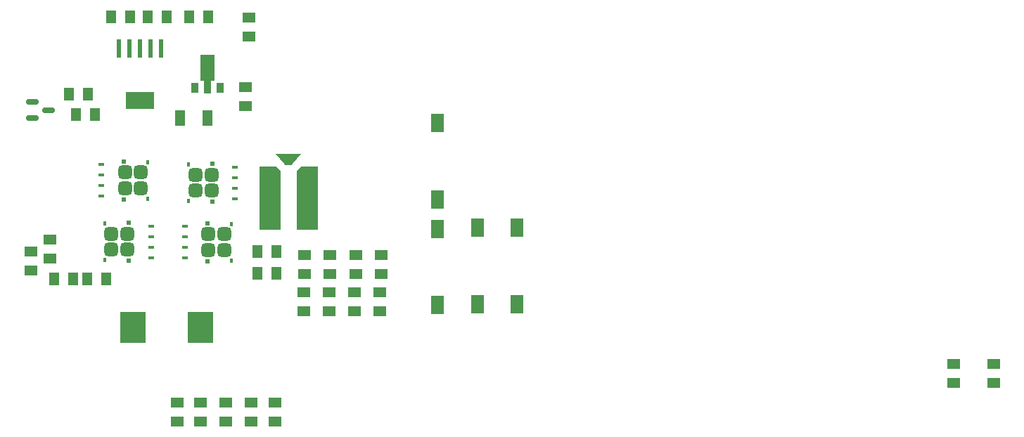
<source format=gbr>
%TF.GenerationSoftware,KiCad,Pcbnew,7.0.7*%
%TF.CreationDate,2023-11-14T12:33:42-05:00*%
%TF.ProjectId,BMB,424d422e-6b69-4636-9164-5f7063625858,rev?*%
%TF.SameCoordinates,Original*%
%TF.FileFunction,Paste,Top*%
%TF.FilePolarity,Positive*%
%FSLAX46Y46*%
G04 Gerber Fmt 4.6, Leading zero omitted, Abs format (unit mm)*
G04 Created by KiCad (PCBNEW 7.0.7) date 2023-11-14 12:33:42*
%MOMM*%
%LPD*%
G01*
G04 APERTURE LIST*
G04 Aperture macros list*
%AMRoundRect*
0 Rectangle with rounded corners*
0 $1 Rounding radius*
0 $2 $3 $4 $5 $6 $7 $8 $9 X,Y pos of 4 corners*
0 Add a 4 corners polygon primitive as box body*
4,1,4,$2,$3,$4,$5,$6,$7,$8,$9,$2,$3,0*
0 Add four circle primitives for the rounded corners*
1,1,$1+$1,$2,$3*
1,1,$1+$1,$4,$5*
1,1,$1+$1,$6,$7*
1,1,$1+$1,$8,$9*
0 Add four rect primitives between the rounded corners*
20,1,$1+$1,$2,$3,$4,$5,0*
20,1,$1+$1,$4,$5,$6,$7,0*
20,1,$1+$1,$6,$7,$8,$9,0*
20,1,$1+$1,$8,$9,$2,$3,0*%
%AMOutline4P*
0 Free polygon, 4 corners , with rotation*
0 The origin of the aperture is its center*
0 number of corners: always 4*
0 $1 to $8 corner X, Y*
0 $9 Rotation angle, in degrees counterclockwise*
0 create outline with 4 corners*
4,1,4,$1,$2,$3,$4,$5,$6,$7,$8,$1,$2,$9*%
%AMOutline5P*
0 Free polygon, 5 corners , with rotation*
0 The origin of the aperture is its center*
0 number of corners: always 5*
0 $1 to $10 corner X, Y*
0 $11 Rotation angle, in degrees counterclockwise*
0 create outline with 5 corners*
4,1,5,$1,$2,$3,$4,$5,$6,$7,$8,$9,$10,$1,$2,$11*%
%AMOutline6P*
0 Free polygon, 6 corners , with rotation*
0 The origin of the aperture is its center*
0 number of corners: always 6*
0 $1 to $12 corner X, Y*
0 $13 Rotation angle, in degrees counterclockwise*
0 create outline with 6 corners*
4,1,6,$1,$2,$3,$4,$5,$6,$7,$8,$9,$10,$11,$12,$1,$2,$13*%
%AMOutline7P*
0 Free polygon, 7 corners , with rotation*
0 The origin of the aperture is its center*
0 number of corners: always 7*
0 $1 to $14 corner X, Y*
0 $15 Rotation angle, in degrees counterclockwise*
0 create outline with 7 corners*
4,1,7,$1,$2,$3,$4,$5,$6,$7,$8,$9,$10,$11,$12,$13,$14,$1,$2,$15*%
%AMOutline8P*
0 Free polygon, 8 corners , with rotation*
0 The origin of the aperture is its center*
0 number of corners: always 8*
0 $1 to $16 corner X, Y*
0 $17 Rotation angle, in degrees counterclockwise*
0 create outline with 8 corners*
4,1,8,$1,$2,$3,$4,$5,$6,$7,$8,$9,$10,$11,$12,$13,$14,$15,$16,$1,$2,$17*%
%AMFreePoly0*
4,1,9,3.862500,-0.866500,0.737500,-0.866500,0.737500,-0.450000,-0.737500,-0.450000,-0.737500,0.450000,0.737500,0.450000,0.737500,0.866500,3.862500,0.866500,3.862500,-0.866500,3.862500,-0.866500,$1*%
G04 Aperture macros list end*
%ADD10R,1.600000X2.180000*%
%ADD11R,1.524000X1.270000*%
%ADD12RoundRect,0.407500X0.415000X0.407500X-0.415000X0.407500X-0.415000X-0.407500X0.415000X-0.407500X0*%
%ADD13RoundRect,0.102500X0.257500X0.102500X-0.257500X0.102500X-0.257500X-0.102500X0.257500X-0.102500X0*%
%ADD14R,0.510000X0.585000*%
%ADD15R,0.410000X0.470000*%
%ADD16R,1.270000X1.524000*%
%ADD17RoundRect,0.407500X-0.415000X-0.407500X0.415000X-0.407500X0.415000X0.407500X-0.415000X0.407500X0*%
%ADD18RoundRect,0.102500X-0.257500X-0.102500X0.257500X-0.102500X0.257500X0.102500X-0.257500X0.102500X0*%
%ADD19R,0.900000X1.300000*%
%ADD20FreePoly0,90.000000*%
%ADD21R,0.600000X2.200000*%
%ADD22R,3.450000X2.150000*%
%ADD23R,3.048000X3.683000*%
%ADD24R,1.270000X1.905000*%
%ADD25RoundRect,0.150000X-0.587500X-0.150000X0.587500X-0.150000X0.587500X0.150000X-0.587500X0.150000X0*%
%ADD26Outline5P,-3.810000X1.270000X3.810000X1.270000X3.810000X-1.270000X-3.302000X-1.270000X-3.810000X-0.762000X270.000000*%
%ADD27Outline4P,-1.514475X-0.663575X1.514475X-0.663575X0.371475X0.663575X-0.371475X0.663575X180.000000*%
%ADD28Outline5P,-3.810000X0.762000X-3.302000X1.270000X3.810000X1.270000X3.810000X-1.270000X-3.810000X-1.270000X270.000000*%
G04 APERTURE END LIST*
D10*
%TO.C,SHTDN1*%
X149229640Y-102148740D03*
X149225000Y-111353600D03*
%TD*%
D11*
%TO.C,D6*%
X124790200Y-125450600D03*
X124790200Y-123164600D03*
%TD*%
D12*
%TO.C,U9*%
X117171632Y-97657642D03*
X117171632Y-95727642D03*
X115226632Y-97657642D03*
X115226632Y-95727642D03*
D13*
X119994132Y-98597642D03*
X119994132Y-97327642D03*
X119994132Y-96057642D03*
X119994132Y-94787642D03*
D14*
X117279132Y-98965142D03*
X117279132Y-94420142D03*
D15*
X114409132Y-98907642D03*
X114409132Y-94477642D03*
%TD*%
D16*
%TO.C,C34*%
X124966632Y-107584042D03*
X122680632Y-107584042D03*
%TD*%
%TO.C,R21*%
X103124000Y-88468200D03*
X100838000Y-88468200D03*
%TD*%
%TO.C,C16*%
X105079800Y-76682600D03*
X107365800Y-76682600D03*
%TD*%
D12*
%TO.C,U15*%
X107068300Y-104774800D03*
X107068300Y-102844800D03*
X105123300Y-104774800D03*
X105123300Y-102844800D03*
D13*
X109890800Y-105714800D03*
X109890800Y-104444800D03*
X109890800Y-103174800D03*
X109890800Y-101904800D03*
D14*
X107175800Y-106082300D03*
X107175800Y-101537300D03*
D15*
X104305800Y-106024800D03*
X104305800Y-101594800D03*
%TD*%
D17*
%TO.C,U7*%
X106734332Y-95448442D03*
X106734332Y-97378442D03*
X108679332Y-95448442D03*
X108679332Y-97378442D03*
D18*
X103911832Y-94508442D03*
X103911832Y-95778442D03*
X103911832Y-97048442D03*
X103911832Y-98318442D03*
D14*
X106626832Y-94140942D03*
X106626832Y-98685942D03*
D15*
X109496832Y-94198442D03*
X109496832Y-98628442D03*
%TD*%
D19*
%TO.C,U11*%
X115189800Y-85267800D03*
D20*
X116689800Y-85180300D03*
D19*
X118189800Y-85267800D03*
%TD*%
D11*
%TO.C,D5*%
X115849400Y-125450600D03*
X115849400Y-123164600D03*
%TD*%
D16*
%TO.C,R29*%
X122680632Y-105018642D03*
X124966632Y-105018642D03*
%TD*%
D21*
%TO.C,U2*%
X111127200Y-80510500D03*
X109857200Y-80510500D03*
X108587200Y-80510500D03*
X107317200Y-80510500D03*
X106047200Y-80510500D03*
D22*
X108587200Y-86810500D03*
%TD*%
D16*
%TO.C,C29*%
X104470200Y-108331000D03*
X102184200Y-108331000D03*
%TD*%
D11*
%TO.C,C20*%
X137568400Y-107721400D03*
X137568400Y-105435400D03*
%TD*%
D10*
%TO.C,WAKE1*%
X144362120Y-102240280D03*
X144357480Y-111445140D03*
%TD*%
D23*
%TO.C,R7*%
X115798600Y-114147600D03*
X107670600Y-114147600D03*
%TD*%
D11*
%TO.C,C33*%
X95402400Y-105029000D03*
X95402400Y-107315000D03*
%TD*%
%TO.C,R19*%
X121285000Y-87477600D03*
X121285000Y-85191600D03*
%TD*%
%TO.C,D3*%
X113080800Y-125450600D03*
X113080800Y-123164600D03*
%TD*%
%TO.C,C19*%
X134518400Y-105435400D03*
X134518400Y-107721400D03*
%TD*%
%TO.C,R4*%
X131364800Y-112217200D03*
X131364800Y-109931200D03*
%TD*%
%TO.C,D4*%
X121912800Y-125450600D03*
X121912800Y-123164600D03*
%TD*%
D24*
%TO.C,TH5*%
X116687600Y-88874600D03*
X113385600Y-88874600D03*
%TD*%
D16*
%TO.C,C15*%
X111760000Y-76682600D03*
X109474000Y-76682600D03*
%TD*%
D10*
%TO.C,RESET1*%
X153898600Y-111302800D03*
X153903240Y-102097940D03*
%TD*%
D11*
%TO.C,C32*%
X97713800Y-103581200D03*
X97713800Y-105867200D03*
%TD*%
D16*
%TO.C,C30*%
X100533200Y-108331000D03*
X98247200Y-108331000D03*
%TD*%
D10*
%TO.C,DISP1*%
X144352840Y-89499540D03*
X144348200Y-98704400D03*
%TD*%
D25*
%TO.C,U10*%
X95635600Y-86984800D03*
X95635600Y-88884800D03*
X97510600Y-87934800D03*
%TD*%
D11*
%TO.C,C1*%
X211302600Y-120853200D03*
X211302600Y-118567200D03*
%TD*%
%TO.C,C36*%
X121691400Y-79070200D03*
X121691400Y-76784200D03*
%TD*%
%TO.C,C18*%
X131447000Y-105384600D03*
X131447000Y-107670600D03*
%TD*%
%TO.C,D2*%
X118846600Y-125450600D03*
X118846600Y-123164600D03*
%TD*%
D17*
%TO.C,U8*%
X116763800Y-102895800D03*
X116763800Y-104825800D03*
X118708800Y-102895800D03*
X118708800Y-104825800D03*
D18*
X113941300Y-101955800D03*
X113941300Y-103225800D03*
X113941300Y-104495800D03*
X113941300Y-105765800D03*
D14*
X116656300Y-101588300D03*
X116656300Y-106133300D03*
D15*
X119526300Y-101645800D03*
X119526300Y-106075800D03*
%TD*%
D26*
%TO.C,U13*%
X128713132Y-98554342D03*
D27*
X126452532Y-93902967D03*
D28*
X124191932Y-98554342D03*
%TD*%
D16*
%TO.C,C35*%
X116738400Y-76733400D03*
X114452400Y-76733400D03*
%TD*%
D11*
%TO.C,C2*%
X206476600Y-120853200D03*
X206476600Y-118567200D03*
%TD*%
%TO.C,R6*%
X137464800Y-112217200D03*
X137464800Y-109931200D03*
%TD*%
%TO.C,R3*%
X128314800Y-112217200D03*
X128314800Y-109931200D03*
%TD*%
%TO.C,R5*%
X134414800Y-112217200D03*
X134414800Y-109931200D03*
%TD*%
D16*
%TO.C,R22*%
X99974400Y-86004400D03*
X102260400Y-86004400D03*
%TD*%
D11*
%TO.C,C17*%
X128397000Y-105384600D03*
X128397000Y-107670600D03*
%TD*%
M02*

</source>
